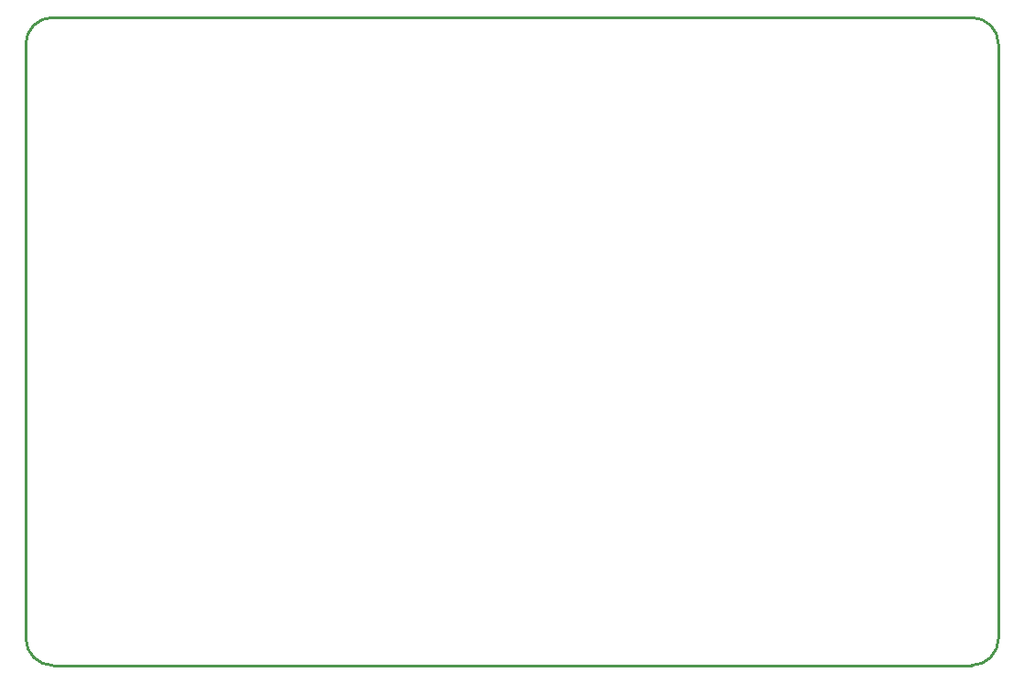
<source format=gko>
%FSLAX25Y25*%
%MOIN*%
G70*
G01*
G75*
G04 Layer_Color=16711935*
%ADD10R,0.03543X0.02756*%
%ADD11R,0.05512X0.04331*%
%ADD12O,0.01772X0.08268*%
%ADD13R,0.02756X0.03543*%
%ADD14R,0.03937X0.03543*%
%ADD15R,0.03150X0.03543*%
%ADD16R,0.02362X0.04528*%
%ADD17R,0.04724X0.04724*%
%ADD18R,0.04724X0.04724*%
%ADD19R,0.06693X0.01378*%
%ADD20R,0.12205X0.36142*%
%ADD21O,0.02756X0.09843*%
%ADD22R,0.06693X0.04331*%
%ADD23R,0.06299X0.04724*%
%ADD24R,0.07874X0.06299*%
%ADD25R,0.15748X0.08268*%
%ADD26R,0.09055X0.09055*%
%ADD27R,0.03543X0.03150*%
%ADD28R,0.04331X0.03150*%
%ADD29R,0.03937X0.02480*%
%ADD30R,0.05118X0.15748*%
%ADD31R,0.05315X0.01575*%
%ADD32R,0.07087X0.05512*%
%ADD33O,0.02165X0.06890*%
%ADD34O,0.06890X0.02165*%
%ADD35C,0.01500*%
%ADD36C,0.01000*%
%ADD37C,0.00800*%
%ADD38R,0.07874X0.05906*%
%ADD39R,0.07874X0.04921*%
%ADD40R,0.05906X0.05906*%
%ADD41C,0.05906*%
%ADD42C,0.19685*%
%ADD43C,0.04331*%
G04:AMPARAMS|DCode=44|XSize=157.48mil|YSize=78.74mil|CornerRadius=19.69mil|HoleSize=0mil|Usage=FLASHONLY|Rotation=0.000|XOffset=0mil|YOffset=0mil|HoleType=Round|Shape=RoundedRectangle|*
%AMROUNDEDRECTD44*
21,1,0.15748,0.03937,0,0,0.0*
21,1,0.11811,0.07874,0,0,0.0*
1,1,0.03937,0.05906,-0.01969*
1,1,0.03937,-0.05906,-0.01969*
1,1,0.03937,-0.05906,0.01969*
1,1,0.03937,0.05906,0.01969*
%
%ADD44ROUNDEDRECTD44*%
G04:AMPARAMS|DCode=45|XSize=157.48mil|YSize=78.74mil|CornerRadius=19.69mil|HoleSize=0mil|Usage=FLASHONLY|Rotation=90.000|XOffset=0mil|YOffset=0mil|HoleType=Round|Shape=RoundedRectangle|*
%AMROUNDEDRECTD45*
21,1,0.15748,0.03937,0,0,90.0*
21,1,0.11811,0.07874,0,0,90.0*
1,1,0.03937,0.01969,0.05906*
1,1,0.03937,0.01969,-0.05906*
1,1,0.03937,-0.01969,-0.05906*
1,1,0.03937,-0.01969,0.05906*
%
%ADD45ROUNDEDRECTD45*%
%ADD46R,0.05906X0.05906*%
%ADD47C,0.06299*%
%ADD48C,0.05709*%
%ADD49O,0.07480X0.04724*%
%ADD50C,0.05000*%
%ADD51C,0.03937*%
%ADD52C,0.00984*%
%ADD53C,0.02362*%
%ADD54C,0.00394*%
%ADD55C,0.00787*%
%ADD56R,0.04343X0.03556*%
%ADD57R,0.06312X0.05131*%
%ADD58O,0.02572X0.09068*%
%ADD59R,0.03556X0.04343*%
%ADD60R,0.04737X0.04343*%
%ADD61R,0.03950X0.04343*%
%ADD62R,0.03162X0.05328*%
%ADD63R,0.05524X0.05524*%
%ADD64R,0.05524X0.05524*%
%ADD65R,0.07493X0.02178*%
%ADD66R,0.13005X0.36942*%
%ADD67O,0.03556X0.10642*%
%ADD68R,0.07493X0.05131*%
%ADD69R,0.07099X0.05524*%
%ADD70R,0.08674X0.07099*%
%ADD71R,0.16548X0.09068*%
%ADD72R,0.09855X0.09855*%
%ADD73R,0.04343X0.03950*%
%ADD74R,0.05131X0.03950*%
%ADD75R,0.04488X0.03032*%
%ADD76R,0.05918X0.16548*%
%ADD77R,0.06115X0.02375*%
%ADD78R,0.07887X0.06312*%
%ADD79O,0.02965X0.07690*%
%ADD80O,0.07690X0.02965*%
%ADD81R,0.06706X0.06706*%
%ADD82C,0.06706*%
%ADD83C,0.20485*%
%ADD84C,0.04803*%
G04:AMPARAMS|DCode=85|XSize=165.48mil|YSize=86.74mil|CornerRadius=23.69mil|HoleSize=0mil|Usage=FLASHONLY|Rotation=0.000|XOffset=0mil|YOffset=0mil|HoleType=Round|Shape=RoundedRectangle|*
%AMROUNDEDRECTD85*
21,1,0.16548,0.03937,0,0,0.0*
21,1,0.11811,0.08674,0,0,0.0*
1,1,0.04737,0.05906,-0.01969*
1,1,0.04737,-0.05906,-0.01969*
1,1,0.04737,-0.05906,0.01969*
1,1,0.04737,0.05906,0.01969*
%
%ADD85ROUNDEDRECTD85*%
G04:AMPARAMS|DCode=86|XSize=165.48mil|YSize=86.74mil|CornerRadius=23.69mil|HoleSize=0mil|Usage=FLASHONLY|Rotation=90.000|XOffset=0mil|YOffset=0mil|HoleType=Round|Shape=RoundedRectangle|*
%AMROUNDEDRECTD86*
21,1,0.16548,0.03937,0,0,90.0*
21,1,0.11811,0.08674,0,0,90.0*
1,1,0.04737,0.01969,0.05906*
1,1,0.04737,0.01969,-0.05906*
1,1,0.04737,-0.01969,-0.05906*
1,1,0.04737,-0.01969,0.05906*
%
%ADD86ROUNDEDRECTD86*%
%ADD87R,0.06706X0.06706*%
%ADD88C,0.06772*%
%ADD89C,0.06509*%
%ADD90O,0.08280X0.05524*%
%ADD91C,0.05800*%
%ADD92C,0.04737*%
D36*
X9843Y0D02*
G03*
X0Y-9843I0J-9843D01*
G01*
X354331D02*
G03*
X344488Y0I-9843J0D01*
G01*
Y-236221D02*
G03*
X354331Y-226378I0J9843D01*
G01*
X0D02*
G03*
X9843Y-236221I9843J0D01*
G01*
D52*
Y0D02*
X344488D01*
X354331Y-226378D02*
Y-9843D01*
X9843Y-236221D02*
X344488D01*
X0Y-226378D02*
Y-9843D01*
D54*
X354709Y-118424D02*
Y-90865D01*
M02*

</source>
